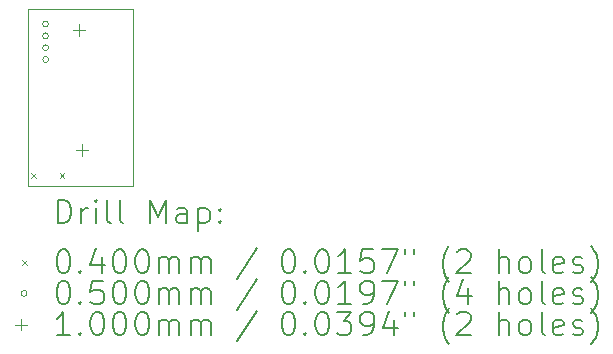
<source format=gbr>
%TF.GenerationSoftware,KiCad,Pcbnew,7.0.10*%
%TF.CreationDate,2024-03-01T22:39:56+01:00*%
%TF.ProjectId,lightsaber,6c696768-7473-4616-9265-722e6b696361,rev?*%
%TF.SameCoordinates,Original*%
%TF.FileFunction,Drillmap*%
%TF.FilePolarity,Positive*%
%FSLAX45Y45*%
G04 Gerber Fmt 4.5, Leading zero omitted, Abs format (unit mm)*
G04 Created by KiCad (PCBNEW 7.0.10) date 2024-03-01 22:39:56*
%MOMM*%
%LPD*%
G01*
G04 APERTURE LIST*
%ADD10C,0.100000*%
%ADD11C,0.200000*%
G04 APERTURE END LIST*
D10*
X8890000Y-7823200D02*
X8890000Y-6324600D01*
X9779000Y-7823200D02*
X8890000Y-7823200D01*
X9779000Y-6324600D02*
X9779000Y-7823200D01*
X8890000Y-6324600D02*
X9779000Y-6324600D01*
D11*
D10*
X8920800Y-7714300D02*
X8960800Y-7754300D01*
X8960800Y-7714300D02*
X8920800Y-7754300D01*
X9162100Y-7714300D02*
X9202100Y-7754300D01*
X9202100Y-7714300D02*
X9162100Y-7754300D01*
X9067400Y-6451600D02*
G75*
G03*
X9017400Y-6451600I-25000J0D01*
G01*
X9017400Y-6451600D02*
G75*
G03*
X9067400Y-6451600I25000J0D01*
G01*
X9067400Y-6551600D02*
G75*
G03*
X9017400Y-6551600I-25000J0D01*
G01*
X9017400Y-6551600D02*
G75*
G03*
X9067400Y-6551600I25000J0D01*
G01*
X9067400Y-6651600D02*
G75*
G03*
X9017400Y-6651600I-25000J0D01*
G01*
X9017400Y-6651600D02*
G75*
G03*
X9067400Y-6651600I25000J0D01*
G01*
X9067400Y-6751600D02*
G75*
G03*
X9017400Y-6751600I-25000J0D01*
G01*
X9017400Y-6751600D02*
G75*
G03*
X9067400Y-6751600I25000J0D01*
G01*
X9321800Y-6452400D02*
X9321800Y-6552400D01*
X9271800Y-6502400D02*
X9371800Y-6502400D01*
X9347200Y-7468400D02*
X9347200Y-7568400D01*
X9297200Y-7518400D02*
X9397200Y-7518400D01*
D11*
X9145777Y-8139684D02*
X9145777Y-7939684D01*
X9145777Y-7939684D02*
X9193396Y-7939684D01*
X9193396Y-7939684D02*
X9221967Y-7949208D01*
X9221967Y-7949208D02*
X9241015Y-7968255D01*
X9241015Y-7968255D02*
X9250539Y-7987303D01*
X9250539Y-7987303D02*
X9260063Y-8025398D01*
X9260063Y-8025398D02*
X9260063Y-8053969D01*
X9260063Y-8053969D02*
X9250539Y-8092065D01*
X9250539Y-8092065D02*
X9241015Y-8111112D01*
X9241015Y-8111112D02*
X9221967Y-8130160D01*
X9221967Y-8130160D02*
X9193396Y-8139684D01*
X9193396Y-8139684D02*
X9145777Y-8139684D01*
X9345777Y-8139684D02*
X9345777Y-8006350D01*
X9345777Y-8044446D02*
X9355301Y-8025398D01*
X9355301Y-8025398D02*
X9364824Y-8015874D01*
X9364824Y-8015874D02*
X9383872Y-8006350D01*
X9383872Y-8006350D02*
X9402920Y-8006350D01*
X9469586Y-8139684D02*
X9469586Y-8006350D01*
X9469586Y-7939684D02*
X9460063Y-7949208D01*
X9460063Y-7949208D02*
X9469586Y-7958731D01*
X9469586Y-7958731D02*
X9479110Y-7949208D01*
X9479110Y-7949208D02*
X9469586Y-7939684D01*
X9469586Y-7939684D02*
X9469586Y-7958731D01*
X9593396Y-8139684D02*
X9574348Y-8130160D01*
X9574348Y-8130160D02*
X9564824Y-8111112D01*
X9564824Y-8111112D02*
X9564824Y-7939684D01*
X9698158Y-8139684D02*
X9679110Y-8130160D01*
X9679110Y-8130160D02*
X9669586Y-8111112D01*
X9669586Y-8111112D02*
X9669586Y-7939684D01*
X9926729Y-8139684D02*
X9926729Y-7939684D01*
X9926729Y-7939684D02*
X9993396Y-8082541D01*
X9993396Y-8082541D02*
X10060063Y-7939684D01*
X10060063Y-7939684D02*
X10060063Y-8139684D01*
X10241015Y-8139684D02*
X10241015Y-8034922D01*
X10241015Y-8034922D02*
X10231491Y-8015874D01*
X10231491Y-8015874D02*
X10212444Y-8006350D01*
X10212444Y-8006350D02*
X10174348Y-8006350D01*
X10174348Y-8006350D02*
X10155301Y-8015874D01*
X10241015Y-8130160D02*
X10221967Y-8139684D01*
X10221967Y-8139684D02*
X10174348Y-8139684D01*
X10174348Y-8139684D02*
X10155301Y-8130160D01*
X10155301Y-8130160D02*
X10145777Y-8111112D01*
X10145777Y-8111112D02*
X10145777Y-8092065D01*
X10145777Y-8092065D02*
X10155301Y-8073017D01*
X10155301Y-8073017D02*
X10174348Y-8063493D01*
X10174348Y-8063493D02*
X10221967Y-8063493D01*
X10221967Y-8063493D02*
X10241015Y-8053969D01*
X10336253Y-8006350D02*
X10336253Y-8206350D01*
X10336253Y-8015874D02*
X10355301Y-8006350D01*
X10355301Y-8006350D02*
X10393396Y-8006350D01*
X10393396Y-8006350D02*
X10412444Y-8015874D01*
X10412444Y-8015874D02*
X10421967Y-8025398D01*
X10421967Y-8025398D02*
X10431491Y-8044446D01*
X10431491Y-8044446D02*
X10431491Y-8101588D01*
X10431491Y-8101588D02*
X10421967Y-8120636D01*
X10421967Y-8120636D02*
X10412444Y-8130160D01*
X10412444Y-8130160D02*
X10393396Y-8139684D01*
X10393396Y-8139684D02*
X10355301Y-8139684D01*
X10355301Y-8139684D02*
X10336253Y-8130160D01*
X10517205Y-8120636D02*
X10526729Y-8130160D01*
X10526729Y-8130160D02*
X10517205Y-8139684D01*
X10517205Y-8139684D02*
X10507682Y-8130160D01*
X10507682Y-8130160D02*
X10517205Y-8120636D01*
X10517205Y-8120636D02*
X10517205Y-8139684D01*
X10517205Y-8015874D02*
X10526729Y-8025398D01*
X10526729Y-8025398D02*
X10517205Y-8034922D01*
X10517205Y-8034922D02*
X10507682Y-8025398D01*
X10507682Y-8025398D02*
X10517205Y-8015874D01*
X10517205Y-8015874D02*
X10517205Y-8034922D01*
D10*
X8845000Y-8448200D02*
X8885000Y-8488200D01*
X8885000Y-8448200D02*
X8845000Y-8488200D01*
D11*
X9183872Y-8359684D02*
X9202920Y-8359684D01*
X9202920Y-8359684D02*
X9221967Y-8369208D01*
X9221967Y-8369208D02*
X9231491Y-8378731D01*
X9231491Y-8378731D02*
X9241015Y-8397779D01*
X9241015Y-8397779D02*
X9250539Y-8435874D01*
X9250539Y-8435874D02*
X9250539Y-8483493D01*
X9250539Y-8483493D02*
X9241015Y-8521589D01*
X9241015Y-8521589D02*
X9231491Y-8540636D01*
X9231491Y-8540636D02*
X9221967Y-8550160D01*
X9221967Y-8550160D02*
X9202920Y-8559684D01*
X9202920Y-8559684D02*
X9183872Y-8559684D01*
X9183872Y-8559684D02*
X9164824Y-8550160D01*
X9164824Y-8550160D02*
X9155301Y-8540636D01*
X9155301Y-8540636D02*
X9145777Y-8521589D01*
X9145777Y-8521589D02*
X9136253Y-8483493D01*
X9136253Y-8483493D02*
X9136253Y-8435874D01*
X9136253Y-8435874D02*
X9145777Y-8397779D01*
X9145777Y-8397779D02*
X9155301Y-8378731D01*
X9155301Y-8378731D02*
X9164824Y-8369208D01*
X9164824Y-8369208D02*
X9183872Y-8359684D01*
X9336253Y-8540636D02*
X9345777Y-8550160D01*
X9345777Y-8550160D02*
X9336253Y-8559684D01*
X9336253Y-8559684D02*
X9326729Y-8550160D01*
X9326729Y-8550160D02*
X9336253Y-8540636D01*
X9336253Y-8540636D02*
X9336253Y-8559684D01*
X9517205Y-8426350D02*
X9517205Y-8559684D01*
X9469586Y-8350160D02*
X9421967Y-8493017D01*
X9421967Y-8493017D02*
X9545777Y-8493017D01*
X9660063Y-8359684D02*
X9679110Y-8359684D01*
X9679110Y-8359684D02*
X9698158Y-8369208D01*
X9698158Y-8369208D02*
X9707682Y-8378731D01*
X9707682Y-8378731D02*
X9717205Y-8397779D01*
X9717205Y-8397779D02*
X9726729Y-8435874D01*
X9726729Y-8435874D02*
X9726729Y-8483493D01*
X9726729Y-8483493D02*
X9717205Y-8521589D01*
X9717205Y-8521589D02*
X9707682Y-8540636D01*
X9707682Y-8540636D02*
X9698158Y-8550160D01*
X9698158Y-8550160D02*
X9679110Y-8559684D01*
X9679110Y-8559684D02*
X9660063Y-8559684D01*
X9660063Y-8559684D02*
X9641015Y-8550160D01*
X9641015Y-8550160D02*
X9631491Y-8540636D01*
X9631491Y-8540636D02*
X9621967Y-8521589D01*
X9621967Y-8521589D02*
X9612444Y-8483493D01*
X9612444Y-8483493D02*
X9612444Y-8435874D01*
X9612444Y-8435874D02*
X9621967Y-8397779D01*
X9621967Y-8397779D02*
X9631491Y-8378731D01*
X9631491Y-8378731D02*
X9641015Y-8369208D01*
X9641015Y-8369208D02*
X9660063Y-8359684D01*
X9850539Y-8359684D02*
X9869586Y-8359684D01*
X9869586Y-8359684D02*
X9888634Y-8369208D01*
X9888634Y-8369208D02*
X9898158Y-8378731D01*
X9898158Y-8378731D02*
X9907682Y-8397779D01*
X9907682Y-8397779D02*
X9917205Y-8435874D01*
X9917205Y-8435874D02*
X9917205Y-8483493D01*
X9917205Y-8483493D02*
X9907682Y-8521589D01*
X9907682Y-8521589D02*
X9898158Y-8540636D01*
X9898158Y-8540636D02*
X9888634Y-8550160D01*
X9888634Y-8550160D02*
X9869586Y-8559684D01*
X9869586Y-8559684D02*
X9850539Y-8559684D01*
X9850539Y-8559684D02*
X9831491Y-8550160D01*
X9831491Y-8550160D02*
X9821967Y-8540636D01*
X9821967Y-8540636D02*
X9812444Y-8521589D01*
X9812444Y-8521589D02*
X9802920Y-8483493D01*
X9802920Y-8483493D02*
X9802920Y-8435874D01*
X9802920Y-8435874D02*
X9812444Y-8397779D01*
X9812444Y-8397779D02*
X9821967Y-8378731D01*
X9821967Y-8378731D02*
X9831491Y-8369208D01*
X9831491Y-8369208D02*
X9850539Y-8359684D01*
X10002920Y-8559684D02*
X10002920Y-8426350D01*
X10002920Y-8445398D02*
X10012444Y-8435874D01*
X10012444Y-8435874D02*
X10031491Y-8426350D01*
X10031491Y-8426350D02*
X10060063Y-8426350D01*
X10060063Y-8426350D02*
X10079110Y-8435874D01*
X10079110Y-8435874D02*
X10088634Y-8454922D01*
X10088634Y-8454922D02*
X10088634Y-8559684D01*
X10088634Y-8454922D02*
X10098158Y-8435874D01*
X10098158Y-8435874D02*
X10117205Y-8426350D01*
X10117205Y-8426350D02*
X10145777Y-8426350D01*
X10145777Y-8426350D02*
X10164825Y-8435874D01*
X10164825Y-8435874D02*
X10174348Y-8454922D01*
X10174348Y-8454922D02*
X10174348Y-8559684D01*
X10269586Y-8559684D02*
X10269586Y-8426350D01*
X10269586Y-8445398D02*
X10279110Y-8435874D01*
X10279110Y-8435874D02*
X10298158Y-8426350D01*
X10298158Y-8426350D02*
X10326729Y-8426350D01*
X10326729Y-8426350D02*
X10345777Y-8435874D01*
X10345777Y-8435874D02*
X10355301Y-8454922D01*
X10355301Y-8454922D02*
X10355301Y-8559684D01*
X10355301Y-8454922D02*
X10364825Y-8435874D01*
X10364825Y-8435874D02*
X10383872Y-8426350D01*
X10383872Y-8426350D02*
X10412444Y-8426350D01*
X10412444Y-8426350D02*
X10431491Y-8435874D01*
X10431491Y-8435874D02*
X10441015Y-8454922D01*
X10441015Y-8454922D02*
X10441015Y-8559684D01*
X10831491Y-8350160D02*
X10660063Y-8607303D01*
X11088634Y-8359684D02*
X11107682Y-8359684D01*
X11107682Y-8359684D02*
X11126729Y-8369208D01*
X11126729Y-8369208D02*
X11136253Y-8378731D01*
X11136253Y-8378731D02*
X11145777Y-8397779D01*
X11145777Y-8397779D02*
X11155301Y-8435874D01*
X11155301Y-8435874D02*
X11155301Y-8483493D01*
X11155301Y-8483493D02*
X11145777Y-8521589D01*
X11145777Y-8521589D02*
X11136253Y-8540636D01*
X11136253Y-8540636D02*
X11126729Y-8550160D01*
X11126729Y-8550160D02*
X11107682Y-8559684D01*
X11107682Y-8559684D02*
X11088634Y-8559684D01*
X11088634Y-8559684D02*
X11069587Y-8550160D01*
X11069587Y-8550160D02*
X11060063Y-8540636D01*
X11060063Y-8540636D02*
X11050539Y-8521589D01*
X11050539Y-8521589D02*
X11041015Y-8483493D01*
X11041015Y-8483493D02*
X11041015Y-8435874D01*
X11041015Y-8435874D02*
X11050539Y-8397779D01*
X11050539Y-8397779D02*
X11060063Y-8378731D01*
X11060063Y-8378731D02*
X11069587Y-8369208D01*
X11069587Y-8369208D02*
X11088634Y-8359684D01*
X11241015Y-8540636D02*
X11250539Y-8550160D01*
X11250539Y-8550160D02*
X11241015Y-8559684D01*
X11241015Y-8559684D02*
X11231491Y-8550160D01*
X11231491Y-8550160D02*
X11241015Y-8540636D01*
X11241015Y-8540636D02*
X11241015Y-8559684D01*
X11374348Y-8359684D02*
X11393396Y-8359684D01*
X11393396Y-8359684D02*
X11412444Y-8369208D01*
X11412444Y-8369208D02*
X11421967Y-8378731D01*
X11421967Y-8378731D02*
X11431491Y-8397779D01*
X11431491Y-8397779D02*
X11441015Y-8435874D01*
X11441015Y-8435874D02*
X11441015Y-8483493D01*
X11441015Y-8483493D02*
X11431491Y-8521589D01*
X11431491Y-8521589D02*
X11421967Y-8540636D01*
X11421967Y-8540636D02*
X11412444Y-8550160D01*
X11412444Y-8550160D02*
X11393396Y-8559684D01*
X11393396Y-8559684D02*
X11374348Y-8559684D01*
X11374348Y-8559684D02*
X11355301Y-8550160D01*
X11355301Y-8550160D02*
X11345777Y-8540636D01*
X11345777Y-8540636D02*
X11336253Y-8521589D01*
X11336253Y-8521589D02*
X11326729Y-8483493D01*
X11326729Y-8483493D02*
X11326729Y-8435874D01*
X11326729Y-8435874D02*
X11336253Y-8397779D01*
X11336253Y-8397779D02*
X11345777Y-8378731D01*
X11345777Y-8378731D02*
X11355301Y-8369208D01*
X11355301Y-8369208D02*
X11374348Y-8359684D01*
X11631491Y-8559684D02*
X11517206Y-8559684D01*
X11574348Y-8559684D02*
X11574348Y-8359684D01*
X11574348Y-8359684D02*
X11555301Y-8388255D01*
X11555301Y-8388255D02*
X11536253Y-8407303D01*
X11536253Y-8407303D02*
X11517206Y-8416827D01*
X11812444Y-8359684D02*
X11717206Y-8359684D01*
X11717206Y-8359684D02*
X11707682Y-8454922D01*
X11707682Y-8454922D02*
X11717206Y-8445398D01*
X11717206Y-8445398D02*
X11736253Y-8435874D01*
X11736253Y-8435874D02*
X11783872Y-8435874D01*
X11783872Y-8435874D02*
X11802920Y-8445398D01*
X11802920Y-8445398D02*
X11812444Y-8454922D01*
X11812444Y-8454922D02*
X11821967Y-8473970D01*
X11821967Y-8473970D02*
X11821967Y-8521589D01*
X11821967Y-8521589D02*
X11812444Y-8540636D01*
X11812444Y-8540636D02*
X11802920Y-8550160D01*
X11802920Y-8550160D02*
X11783872Y-8559684D01*
X11783872Y-8559684D02*
X11736253Y-8559684D01*
X11736253Y-8559684D02*
X11717206Y-8550160D01*
X11717206Y-8550160D02*
X11707682Y-8540636D01*
X11888634Y-8359684D02*
X12021967Y-8359684D01*
X12021967Y-8359684D02*
X11936253Y-8559684D01*
X12088634Y-8359684D02*
X12088634Y-8397779D01*
X12164825Y-8359684D02*
X12164825Y-8397779D01*
X12460063Y-8635874D02*
X12450539Y-8626350D01*
X12450539Y-8626350D02*
X12431491Y-8597779D01*
X12431491Y-8597779D02*
X12421968Y-8578731D01*
X12421968Y-8578731D02*
X12412444Y-8550160D01*
X12412444Y-8550160D02*
X12402920Y-8502541D01*
X12402920Y-8502541D02*
X12402920Y-8464446D01*
X12402920Y-8464446D02*
X12412444Y-8416827D01*
X12412444Y-8416827D02*
X12421968Y-8388255D01*
X12421968Y-8388255D02*
X12431491Y-8369208D01*
X12431491Y-8369208D02*
X12450539Y-8340636D01*
X12450539Y-8340636D02*
X12460063Y-8331112D01*
X12526729Y-8378731D02*
X12536253Y-8369208D01*
X12536253Y-8369208D02*
X12555301Y-8359684D01*
X12555301Y-8359684D02*
X12602920Y-8359684D01*
X12602920Y-8359684D02*
X12621968Y-8369208D01*
X12621968Y-8369208D02*
X12631491Y-8378731D01*
X12631491Y-8378731D02*
X12641015Y-8397779D01*
X12641015Y-8397779D02*
X12641015Y-8416827D01*
X12641015Y-8416827D02*
X12631491Y-8445398D01*
X12631491Y-8445398D02*
X12517206Y-8559684D01*
X12517206Y-8559684D02*
X12641015Y-8559684D01*
X12879110Y-8559684D02*
X12879110Y-8359684D01*
X12964825Y-8559684D02*
X12964825Y-8454922D01*
X12964825Y-8454922D02*
X12955301Y-8435874D01*
X12955301Y-8435874D02*
X12936253Y-8426350D01*
X12936253Y-8426350D02*
X12907682Y-8426350D01*
X12907682Y-8426350D02*
X12888634Y-8435874D01*
X12888634Y-8435874D02*
X12879110Y-8445398D01*
X13088634Y-8559684D02*
X13069587Y-8550160D01*
X13069587Y-8550160D02*
X13060063Y-8540636D01*
X13060063Y-8540636D02*
X13050539Y-8521589D01*
X13050539Y-8521589D02*
X13050539Y-8464446D01*
X13050539Y-8464446D02*
X13060063Y-8445398D01*
X13060063Y-8445398D02*
X13069587Y-8435874D01*
X13069587Y-8435874D02*
X13088634Y-8426350D01*
X13088634Y-8426350D02*
X13117206Y-8426350D01*
X13117206Y-8426350D02*
X13136253Y-8435874D01*
X13136253Y-8435874D02*
X13145777Y-8445398D01*
X13145777Y-8445398D02*
X13155301Y-8464446D01*
X13155301Y-8464446D02*
X13155301Y-8521589D01*
X13155301Y-8521589D02*
X13145777Y-8540636D01*
X13145777Y-8540636D02*
X13136253Y-8550160D01*
X13136253Y-8550160D02*
X13117206Y-8559684D01*
X13117206Y-8559684D02*
X13088634Y-8559684D01*
X13269587Y-8559684D02*
X13250539Y-8550160D01*
X13250539Y-8550160D02*
X13241015Y-8531112D01*
X13241015Y-8531112D02*
X13241015Y-8359684D01*
X13421968Y-8550160D02*
X13402920Y-8559684D01*
X13402920Y-8559684D02*
X13364825Y-8559684D01*
X13364825Y-8559684D02*
X13345777Y-8550160D01*
X13345777Y-8550160D02*
X13336253Y-8531112D01*
X13336253Y-8531112D02*
X13336253Y-8454922D01*
X13336253Y-8454922D02*
X13345777Y-8435874D01*
X13345777Y-8435874D02*
X13364825Y-8426350D01*
X13364825Y-8426350D02*
X13402920Y-8426350D01*
X13402920Y-8426350D02*
X13421968Y-8435874D01*
X13421968Y-8435874D02*
X13431491Y-8454922D01*
X13431491Y-8454922D02*
X13431491Y-8473970D01*
X13431491Y-8473970D02*
X13336253Y-8493017D01*
X13507682Y-8550160D02*
X13526730Y-8559684D01*
X13526730Y-8559684D02*
X13564825Y-8559684D01*
X13564825Y-8559684D02*
X13583872Y-8550160D01*
X13583872Y-8550160D02*
X13593396Y-8531112D01*
X13593396Y-8531112D02*
X13593396Y-8521589D01*
X13593396Y-8521589D02*
X13583872Y-8502541D01*
X13583872Y-8502541D02*
X13564825Y-8493017D01*
X13564825Y-8493017D02*
X13536253Y-8493017D01*
X13536253Y-8493017D02*
X13517206Y-8483493D01*
X13517206Y-8483493D02*
X13507682Y-8464446D01*
X13507682Y-8464446D02*
X13507682Y-8454922D01*
X13507682Y-8454922D02*
X13517206Y-8435874D01*
X13517206Y-8435874D02*
X13536253Y-8426350D01*
X13536253Y-8426350D02*
X13564825Y-8426350D01*
X13564825Y-8426350D02*
X13583872Y-8435874D01*
X13660063Y-8635874D02*
X13669587Y-8626350D01*
X13669587Y-8626350D02*
X13688634Y-8597779D01*
X13688634Y-8597779D02*
X13698158Y-8578731D01*
X13698158Y-8578731D02*
X13707682Y-8550160D01*
X13707682Y-8550160D02*
X13717206Y-8502541D01*
X13717206Y-8502541D02*
X13717206Y-8464446D01*
X13717206Y-8464446D02*
X13707682Y-8416827D01*
X13707682Y-8416827D02*
X13698158Y-8388255D01*
X13698158Y-8388255D02*
X13688634Y-8369208D01*
X13688634Y-8369208D02*
X13669587Y-8340636D01*
X13669587Y-8340636D02*
X13660063Y-8331112D01*
D10*
X8885000Y-8732200D02*
G75*
G03*
X8835000Y-8732200I-25000J0D01*
G01*
X8835000Y-8732200D02*
G75*
G03*
X8885000Y-8732200I25000J0D01*
G01*
D11*
X9183872Y-8623684D02*
X9202920Y-8623684D01*
X9202920Y-8623684D02*
X9221967Y-8633208D01*
X9221967Y-8633208D02*
X9231491Y-8642731D01*
X9231491Y-8642731D02*
X9241015Y-8661779D01*
X9241015Y-8661779D02*
X9250539Y-8699874D01*
X9250539Y-8699874D02*
X9250539Y-8747493D01*
X9250539Y-8747493D02*
X9241015Y-8785589D01*
X9241015Y-8785589D02*
X9231491Y-8804636D01*
X9231491Y-8804636D02*
X9221967Y-8814160D01*
X9221967Y-8814160D02*
X9202920Y-8823684D01*
X9202920Y-8823684D02*
X9183872Y-8823684D01*
X9183872Y-8823684D02*
X9164824Y-8814160D01*
X9164824Y-8814160D02*
X9155301Y-8804636D01*
X9155301Y-8804636D02*
X9145777Y-8785589D01*
X9145777Y-8785589D02*
X9136253Y-8747493D01*
X9136253Y-8747493D02*
X9136253Y-8699874D01*
X9136253Y-8699874D02*
X9145777Y-8661779D01*
X9145777Y-8661779D02*
X9155301Y-8642731D01*
X9155301Y-8642731D02*
X9164824Y-8633208D01*
X9164824Y-8633208D02*
X9183872Y-8623684D01*
X9336253Y-8804636D02*
X9345777Y-8814160D01*
X9345777Y-8814160D02*
X9336253Y-8823684D01*
X9336253Y-8823684D02*
X9326729Y-8814160D01*
X9326729Y-8814160D02*
X9336253Y-8804636D01*
X9336253Y-8804636D02*
X9336253Y-8823684D01*
X9526729Y-8623684D02*
X9431491Y-8623684D01*
X9431491Y-8623684D02*
X9421967Y-8718922D01*
X9421967Y-8718922D02*
X9431491Y-8709398D01*
X9431491Y-8709398D02*
X9450539Y-8699874D01*
X9450539Y-8699874D02*
X9498158Y-8699874D01*
X9498158Y-8699874D02*
X9517205Y-8709398D01*
X9517205Y-8709398D02*
X9526729Y-8718922D01*
X9526729Y-8718922D02*
X9536253Y-8737970D01*
X9536253Y-8737970D02*
X9536253Y-8785589D01*
X9536253Y-8785589D02*
X9526729Y-8804636D01*
X9526729Y-8804636D02*
X9517205Y-8814160D01*
X9517205Y-8814160D02*
X9498158Y-8823684D01*
X9498158Y-8823684D02*
X9450539Y-8823684D01*
X9450539Y-8823684D02*
X9431491Y-8814160D01*
X9431491Y-8814160D02*
X9421967Y-8804636D01*
X9660063Y-8623684D02*
X9679110Y-8623684D01*
X9679110Y-8623684D02*
X9698158Y-8633208D01*
X9698158Y-8633208D02*
X9707682Y-8642731D01*
X9707682Y-8642731D02*
X9717205Y-8661779D01*
X9717205Y-8661779D02*
X9726729Y-8699874D01*
X9726729Y-8699874D02*
X9726729Y-8747493D01*
X9726729Y-8747493D02*
X9717205Y-8785589D01*
X9717205Y-8785589D02*
X9707682Y-8804636D01*
X9707682Y-8804636D02*
X9698158Y-8814160D01*
X9698158Y-8814160D02*
X9679110Y-8823684D01*
X9679110Y-8823684D02*
X9660063Y-8823684D01*
X9660063Y-8823684D02*
X9641015Y-8814160D01*
X9641015Y-8814160D02*
X9631491Y-8804636D01*
X9631491Y-8804636D02*
X9621967Y-8785589D01*
X9621967Y-8785589D02*
X9612444Y-8747493D01*
X9612444Y-8747493D02*
X9612444Y-8699874D01*
X9612444Y-8699874D02*
X9621967Y-8661779D01*
X9621967Y-8661779D02*
X9631491Y-8642731D01*
X9631491Y-8642731D02*
X9641015Y-8633208D01*
X9641015Y-8633208D02*
X9660063Y-8623684D01*
X9850539Y-8623684D02*
X9869586Y-8623684D01*
X9869586Y-8623684D02*
X9888634Y-8633208D01*
X9888634Y-8633208D02*
X9898158Y-8642731D01*
X9898158Y-8642731D02*
X9907682Y-8661779D01*
X9907682Y-8661779D02*
X9917205Y-8699874D01*
X9917205Y-8699874D02*
X9917205Y-8747493D01*
X9917205Y-8747493D02*
X9907682Y-8785589D01*
X9907682Y-8785589D02*
X9898158Y-8804636D01*
X9898158Y-8804636D02*
X9888634Y-8814160D01*
X9888634Y-8814160D02*
X9869586Y-8823684D01*
X9869586Y-8823684D02*
X9850539Y-8823684D01*
X9850539Y-8823684D02*
X9831491Y-8814160D01*
X9831491Y-8814160D02*
X9821967Y-8804636D01*
X9821967Y-8804636D02*
X9812444Y-8785589D01*
X9812444Y-8785589D02*
X9802920Y-8747493D01*
X9802920Y-8747493D02*
X9802920Y-8699874D01*
X9802920Y-8699874D02*
X9812444Y-8661779D01*
X9812444Y-8661779D02*
X9821967Y-8642731D01*
X9821967Y-8642731D02*
X9831491Y-8633208D01*
X9831491Y-8633208D02*
X9850539Y-8623684D01*
X10002920Y-8823684D02*
X10002920Y-8690350D01*
X10002920Y-8709398D02*
X10012444Y-8699874D01*
X10012444Y-8699874D02*
X10031491Y-8690350D01*
X10031491Y-8690350D02*
X10060063Y-8690350D01*
X10060063Y-8690350D02*
X10079110Y-8699874D01*
X10079110Y-8699874D02*
X10088634Y-8718922D01*
X10088634Y-8718922D02*
X10088634Y-8823684D01*
X10088634Y-8718922D02*
X10098158Y-8699874D01*
X10098158Y-8699874D02*
X10117205Y-8690350D01*
X10117205Y-8690350D02*
X10145777Y-8690350D01*
X10145777Y-8690350D02*
X10164825Y-8699874D01*
X10164825Y-8699874D02*
X10174348Y-8718922D01*
X10174348Y-8718922D02*
X10174348Y-8823684D01*
X10269586Y-8823684D02*
X10269586Y-8690350D01*
X10269586Y-8709398D02*
X10279110Y-8699874D01*
X10279110Y-8699874D02*
X10298158Y-8690350D01*
X10298158Y-8690350D02*
X10326729Y-8690350D01*
X10326729Y-8690350D02*
X10345777Y-8699874D01*
X10345777Y-8699874D02*
X10355301Y-8718922D01*
X10355301Y-8718922D02*
X10355301Y-8823684D01*
X10355301Y-8718922D02*
X10364825Y-8699874D01*
X10364825Y-8699874D02*
X10383872Y-8690350D01*
X10383872Y-8690350D02*
X10412444Y-8690350D01*
X10412444Y-8690350D02*
X10431491Y-8699874D01*
X10431491Y-8699874D02*
X10441015Y-8718922D01*
X10441015Y-8718922D02*
X10441015Y-8823684D01*
X10831491Y-8614160D02*
X10660063Y-8871303D01*
X11088634Y-8623684D02*
X11107682Y-8623684D01*
X11107682Y-8623684D02*
X11126729Y-8633208D01*
X11126729Y-8633208D02*
X11136253Y-8642731D01*
X11136253Y-8642731D02*
X11145777Y-8661779D01*
X11145777Y-8661779D02*
X11155301Y-8699874D01*
X11155301Y-8699874D02*
X11155301Y-8747493D01*
X11155301Y-8747493D02*
X11145777Y-8785589D01*
X11145777Y-8785589D02*
X11136253Y-8804636D01*
X11136253Y-8804636D02*
X11126729Y-8814160D01*
X11126729Y-8814160D02*
X11107682Y-8823684D01*
X11107682Y-8823684D02*
X11088634Y-8823684D01*
X11088634Y-8823684D02*
X11069587Y-8814160D01*
X11069587Y-8814160D02*
X11060063Y-8804636D01*
X11060063Y-8804636D02*
X11050539Y-8785589D01*
X11050539Y-8785589D02*
X11041015Y-8747493D01*
X11041015Y-8747493D02*
X11041015Y-8699874D01*
X11041015Y-8699874D02*
X11050539Y-8661779D01*
X11050539Y-8661779D02*
X11060063Y-8642731D01*
X11060063Y-8642731D02*
X11069587Y-8633208D01*
X11069587Y-8633208D02*
X11088634Y-8623684D01*
X11241015Y-8804636D02*
X11250539Y-8814160D01*
X11250539Y-8814160D02*
X11241015Y-8823684D01*
X11241015Y-8823684D02*
X11231491Y-8814160D01*
X11231491Y-8814160D02*
X11241015Y-8804636D01*
X11241015Y-8804636D02*
X11241015Y-8823684D01*
X11374348Y-8623684D02*
X11393396Y-8623684D01*
X11393396Y-8623684D02*
X11412444Y-8633208D01*
X11412444Y-8633208D02*
X11421967Y-8642731D01*
X11421967Y-8642731D02*
X11431491Y-8661779D01*
X11431491Y-8661779D02*
X11441015Y-8699874D01*
X11441015Y-8699874D02*
X11441015Y-8747493D01*
X11441015Y-8747493D02*
X11431491Y-8785589D01*
X11431491Y-8785589D02*
X11421967Y-8804636D01*
X11421967Y-8804636D02*
X11412444Y-8814160D01*
X11412444Y-8814160D02*
X11393396Y-8823684D01*
X11393396Y-8823684D02*
X11374348Y-8823684D01*
X11374348Y-8823684D02*
X11355301Y-8814160D01*
X11355301Y-8814160D02*
X11345777Y-8804636D01*
X11345777Y-8804636D02*
X11336253Y-8785589D01*
X11336253Y-8785589D02*
X11326729Y-8747493D01*
X11326729Y-8747493D02*
X11326729Y-8699874D01*
X11326729Y-8699874D02*
X11336253Y-8661779D01*
X11336253Y-8661779D02*
X11345777Y-8642731D01*
X11345777Y-8642731D02*
X11355301Y-8633208D01*
X11355301Y-8633208D02*
X11374348Y-8623684D01*
X11631491Y-8823684D02*
X11517206Y-8823684D01*
X11574348Y-8823684D02*
X11574348Y-8623684D01*
X11574348Y-8623684D02*
X11555301Y-8652255D01*
X11555301Y-8652255D02*
X11536253Y-8671303D01*
X11536253Y-8671303D02*
X11517206Y-8680827D01*
X11726729Y-8823684D02*
X11764825Y-8823684D01*
X11764825Y-8823684D02*
X11783872Y-8814160D01*
X11783872Y-8814160D02*
X11793396Y-8804636D01*
X11793396Y-8804636D02*
X11812444Y-8776065D01*
X11812444Y-8776065D02*
X11821967Y-8737970D01*
X11821967Y-8737970D02*
X11821967Y-8661779D01*
X11821967Y-8661779D02*
X11812444Y-8642731D01*
X11812444Y-8642731D02*
X11802920Y-8633208D01*
X11802920Y-8633208D02*
X11783872Y-8623684D01*
X11783872Y-8623684D02*
X11745777Y-8623684D01*
X11745777Y-8623684D02*
X11726729Y-8633208D01*
X11726729Y-8633208D02*
X11717206Y-8642731D01*
X11717206Y-8642731D02*
X11707682Y-8661779D01*
X11707682Y-8661779D02*
X11707682Y-8709398D01*
X11707682Y-8709398D02*
X11717206Y-8728446D01*
X11717206Y-8728446D02*
X11726729Y-8737970D01*
X11726729Y-8737970D02*
X11745777Y-8747493D01*
X11745777Y-8747493D02*
X11783872Y-8747493D01*
X11783872Y-8747493D02*
X11802920Y-8737970D01*
X11802920Y-8737970D02*
X11812444Y-8728446D01*
X11812444Y-8728446D02*
X11821967Y-8709398D01*
X11888634Y-8623684D02*
X12021967Y-8623684D01*
X12021967Y-8623684D02*
X11936253Y-8823684D01*
X12088634Y-8623684D02*
X12088634Y-8661779D01*
X12164825Y-8623684D02*
X12164825Y-8661779D01*
X12460063Y-8899874D02*
X12450539Y-8890350D01*
X12450539Y-8890350D02*
X12431491Y-8861779D01*
X12431491Y-8861779D02*
X12421968Y-8842731D01*
X12421968Y-8842731D02*
X12412444Y-8814160D01*
X12412444Y-8814160D02*
X12402920Y-8766541D01*
X12402920Y-8766541D02*
X12402920Y-8728446D01*
X12402920Y-8728446D02*
X12412444Y-8680827D01*
X12412444Y-8680827D02*
X12421968Y-8652255D01*
X12421968Y-8652255D02*
X12431491Y-8633208D01*
X12431491Y-8633208D02*
X12450539Y-8604636D01*
X12450539Y-8604636D02*
X12460063Y-8595112D01*
X12621968Y-8690350D02*
X12621968Y-8823684D01*
X12574348Y-8614160D02*
X12526729Y-8757017D01*
X12526729Y-8757017D02*
X12650539Y-8757017D01*
X12879110Y-8823684D02*
X12879110Y-8623684D01*
X12964825Y-8823684D02*
X12964825Y-8718922D01*
X12964825Y-8718922D02*
X12955301Y-8699874D01*
X12955301Y-8699874D02*
X12936253Y-8690350D01*
X12936253Y-8690350D02*
X12907682Y-8690350D01*
X12907682Y-8690350D02*
X12888634Y-8699874D01*
X12888634Y-8699874D02*
X12879110Y-8709398D01*
X13088634Y-8823684D02*
X13069587Y-8814160D01*
X13069587Y-8814160D02*
X13060063Y-8804636D01*
X13060063Y-8804636D02*
X13050539Y-8785589D01*
X13050539Y-8785589D02*
X13050539Y-8728446D01*
X13050539Y-8728446D02*
X13060063Y-8709398D01*
X13060063Y-8709398D02*
X13069587Y-8699874D01*
X13069587Y-8699874D02*
X13088634Y-8690350D01*
X13088634Y-8690350D02*
X13117206Y-8690350D01*
X13117206Y-8690350D02*
X13136253Y-8699874D01*
X13136253Y-8699874D02*
X13145777Y-8709398D01*
X13145777Y-8709398D02*
X13155301Y-8728446D01*
X13155301Y-8728446D02*
X13155301Y-8785589D01*
X13155301Y-8785589D02*
X13145777Y-8804636D01*
X13145777Y-8804636D02*
X13136253Y-8814160D01*
X13136253Y-8814160D02*
X13117206Y-8823684D01*
X13117206Y-8823684D02*
X13088634Y-8823684D01*
X13269587Y-8823684D02*
X13250539Y-8814160D01*
X13250539Y-8814160D02*
X13241015Y-8795112D01*
X13241015Y-8795112D02*
X13241015Y-8623684D01*
X13421968Y-8814160D02*
X13402920Y-8823684D01*
X13402920Y-8823684D02*
X13364825Y-8823684D01*
X13364825Y-8823684D02*
X13345777Y-8814160D01*
X13345777Y-8814160D02*
X13336253Y-8795112D01*
X13336253Y-8795112D02*
X13336253Y-8718922D01*
X13336253Y-8718922D02*
X13345777Y-8699874D01*
X13345777Y-8699874D02*
X13364825Y-8690350D01*
X13364825Y-8690350D02*
X13402920Y-8690350D01*
X13402920Y-8690350D02*
X13421968Y-8699874D01*
X13421968Y-8699874D02*
X13431491Y-8718922D01*
X13431491Y-8718922D02*
X13431491Y-8737970D01*
X13431491Y-8737970D02*
X13336253Y-8757017D01*
X13507682Y-8814160D02*
X13526730Y-8823684D01*
X13526730Y-8823684D02*
X13564825Y-8823684D01*
X13564825Y-8823684D02*
X13583872Y-8814160D01*
X13583872Y-8814160D02*
X13593396Y-8795112D01*
X13593396Y-8795112D02*
X13593396Y-8785589D01*
X13593396Y-8785589D02*
X13583872Y-8766541D01*
X13583872Y-8766541D02*
X13564825Y-8757017D01*
X13564825Y-8757017D02*
X13536253Y-8757017D01*
X13536253Y-8757017D02*
X13517206Y-8747493D01*
X13517206Y-8747493D02*
X13507682Y-8728446D01*
X13507682Y-8728446D02*
X13507682Y-8718922D01*
X13507682Y-8718922D02*
X13517206Y-8699874D01*
X13517206Y-8699874D02*
X13536253Y-8690350D01*
X13536253Y-8690350D02*
X13564825Y-8690350D01*
X13564825Y-8690350D02*
X13583872Y-8699874D01*
X13660063Y-8899874D02*
X13669587Y-8890350D01*
X13669587Y-8890350D02*
X13688634Y-8861779D01*
X13688634Y-8861779D02*
X13698158Y-8842731D01*
X13698158Y-8842731D02*
X13707682Y-8814160D01*
X13707682Y-8814160D02*
X13717206Y-8766541D01*
X13717206Y-8766541D02*
X13717206Y-8728446D01*
X13717206Y-8728446D02*
X13707682Y-8680827D01*
X13707682Y-8680827D02*
X13698158Y-8652255D01*
X13698158Y-8652255D02*
X13688634Y-8633208D01*
X13688634Y-8633208D02*
X13669587Y-8604636D01*
X13669587Y-8604636D02*
X13660063Y-8595112D01*
D10*
X8835000Y-8946200D02*
X8835000Y-9046200D01*
X8785000Y-8996200D02*
X8885000Y-8996200D01*
D11*
X9250539Y-9087684D02*
X9136253Y-9087684D01*
X9193396Y-9087684D02*
X9193396Y-8887684D01*
X9193396Y-8887684D02*
X9174348Y-8916255D01*
X9174348Y-8916255D02*
X9155301Y-8935303D01*
X9155301Y-8935303D02*
X9136253Y-8944827D01*
X9336253Y-9068636D02*
X9345777Y-9078160D01*
X9345777Y-9078160D02*
X9336253Y-9087684D01*
X9336253Y-9087684D02*
X9326729Y-9078160D01*
X9326729Y-9078160D02*
X9336253Y-9068636D01*
X9336253Y-9068636D02*
X9336253Y-9087684D01*
X9469586Y-8887684D02*
X9488634Y-8887684D01*
X9488634Y-8887684D02*
X9507682Y-8897208D01*
X9507682Y-8897208D02*
X9517205Y-8906731D01*
X9517205Y-8906731D02*
X9526729Y-8925779D01*
X9526729Y-8925779D02*
X9536253Y-8963874D01*
X9536253Y-8963874D02*
X9536253Y-9011493D01*
X9536253Y-9011493D02*
X9526729Y-9049589D01*
X9526729Y-9049589D02*
X9517205Y-9068636D01*
X9517205Y-9068636D02*
X9507682Y-9078160D01*
X9507682Y-9078160D02*
X9488634Y-9087684D01*
X9488634Y-9087684D02*
X9469586Y-9087684D01*
X9469586Y-9087684D02*
X9450539Y-9078160D01*
X9450539Y-9078160D02*
X9441015Y-9068636D01*
X9441015Y-9068636D02*
X9431491Y-9049589D01*
X9431491Y-9049589D02*
X9421967Y-9011493D01*
X9421967Y-9011493D02*
X9421967Y-8963874D01*
X9421967Y-8963874D02*
X9431491Y-8925779D01*
X9431491Y-8925779D02*
X9441015Y-8906731D01*
X9441015Y-8906731D02*
X9450539Y-8897208D01*
X9450539Y-8897208D02*
X9469586Y-8887684D01*
X9660063Y-8887684D02*
X9679110Y-8887684D01*
X9679110Y-8887684D02*
X9698158Y-8897208D01*
X9698158Y-8897208D02*
X9707682Y-8906731D01*
X9707682Y-8906731D02*
X9717205Y-8925779D01*
X9717205Y-8925779D02*
X9726729Y-8963874D01*
X9726729Y-8963874D02*
X9726729Y-9011493D01*
X9726729Y-9011493D02*
X9717205Y-9049589D01*
X9717205Y-9049589D02*
X9707682Y-9068636D01*
X9707682Y-9068636D02*
X9698158Y-9078160D01*
X9698158Y-9078160D02*
X9679110Y-9087684D01*
X9679110Y-9087684D02*
X9660063Y-9087684D01*
X9660063Y-9087684D02*
X9641015Y-9078160D01*
X9641015Y-9078160D02*
X9631491Y-9068636D01*
X9631491Y-9068636D02*
X9621967Y-9049589D01*
X9621967Y-9049589D02*
X9612444Y-9011493D01*
X9612444Y-9011493D02*
X9612444Y-8963874D01*
X9612444Y-8963874D02*
X9621967Y-8925779D01*
X9621967Y-8925779D02*
X9631491Y-8906731D01*
X9631491Y-8906731D02*
X9641015Y-8897208D01*
X9641015Y-8897208D02*
X9660063Y-8887684D01*
X9850539Y-8887684D02*
X9869586Y-8887684D01*
X9869586Y-8887684D02*
X9888634Y-8897208D01*
X9888634Y-8897208D02*
X9898158Y-8906731D01*
X9898158Y-8906731D02*
X9907682Y-8925779D01*
X9907682Y-8925779D02*
X9917205Y-8963874D01*
X9917205Y-8963874D02*
X9917205Y-9011493D01*
X9917205Y-9011493D02*
X9907682Y-9049589D01*
X9907682Y-9049589D02*
X9898158Y-9068636D01*
X9898158Y-9068636D02*
X9888634Y-9078160D01*
X9888634Y-9078160D02*
X9869586Y-9087684D01*
X9869586Y-9087684D02*
X9850539Y-9087684D01*
X9850539Y-9087684D02*
X9831491Y-9078160D01*
X9831491Y-9078160D02*
X9821967Y-9068636D01*
X9821967Y-9068636D02*
X9812444Y-9049589D01*
X9812444Y-9049589D02*
X9802920Y-9011493D01*
X9802920Y-9011493D02*
X9802920Y-8963874D01*
X9802920Y-8963874D02*
X9812444Y-8925779D01*
X9812444Y-8925779D02*
X9821967Y-8906731D01*
X9821967Y-8906731D02*
X9831491Y-8897208D01*
X9831491Y-8897208D02*
X9850539Y-8887684D01*
X10002920Y-9087684D02*
X10002920Y-8954350D01*
X10002920Y-8973398D02*
X10012444Y-8963874D01*
X10012444Y-8963874D02*
X10031491Y-8954350D01*
X10031491Y-8954350D02*
X10060063Y-8954350D01*
X10060063Y-8954350D02*
X10079110Y-8963874D01*
X10079110Y-8963874D02*
X10088634Y-8982922D01*
X10088634Y-8982922D02*
X10088634Y-9087684D01*
X10088634Y-8982922D02*
X10098158Y-8963874D01*
X10098158Y-8963874D02*
X10117205Y-8954350D01*
X10117205Y-8954350D02*
X10145777Y-8954350D01*
X10145777Y-8954350D02*
X10164825Y-8963874D01*
X10164825Y-8963874D02*
X10174348Y-8982922D01*
X10174348Y-8982922D02*
X10174348Y-9087684D01*
X10269586Y-9087684D02*
X10269586Y-8954350D01*
X10269586Y-8973398D02*
X10279110Y-8963874D01*
X10279110Y-8963874D02*
X10298158Y-8954350D01*
X10298158Y-8954350D02*
X10326729Y-8954350D01*
X10326729Y-8954350D02*
X10345777Y-8963874D01*
X10345777Y-8963874D02*
X10355301Y-8982922D01*
X10355301Y-8982922D02*
X10355301Y-9087684D01*
X10355301Y-8982922D02*
X10364825Y-8963874D01*
X10364825Y-8963874D02*
X10383872Y-8954350D01*
X10383872Y-8954350D02*
X10412444Y-8954350D01*
X10412444Y-8954350D02*
X10431491Y-8963874D01*
X10431491Y-8963874D02*
X10441015Y-8982922D01*
X10441015Y-8982922D02*
X10441015Y-9087684D01*
X10831491Y-8878160D02*
X10660063Y-9135303D01*
X11088634Y-8887684D02*
X11107682Y-8887684D01*
X11107682Y-8887684D02*
X11126729Y-8897208D01*
X11126729Y-8897208D02*
X11136253Y-8906731D01*
X11136253Y-8906731D02*
X11145777Y-8925779D01*
X11145777Y-8925779D02*
X11155301Y-8963874D01*
X11155301Y-8963874D02*
X11155301Y-9011493D01*
X11155301Y-9011493D02*
X11145777Y-9049589D01*
X11145777Y-9049589D02*
X11136253Y-9068636D01*
X11136253Y-9068636D02*
X11126729Y-9078160D01*
X11126729Y-9078160D02*
X11107682Y-9087684D01*
X11107682Y-9087684D02*
X11088634Y-9087684D01*
X11088634Y-9087684D02*
X11069587Y-9078160D01*
X11069587Y-9078160D02*
X11060063Y-9068636D01*
X11060063Y-9068636D02*
X11050539Y-9049589D01*
X11050539Y-9049589D02*
X11041015Y-9011493D01*
X11041015Y-9011493D02*
X11041015Y-8963874D01*
X11041015Y-8963874D02*
X11050539Y-8925779D01*
X11050539Y-8925779D02*
X11060063Y-8906731D01*
X11060063Y-8906731D02*
X11069587Y-8897208D01*
X11069587Y-8897208D02*
X11088634Y-8887684D01*
X11241015Y-9068636D02*
X11250539Y-9078160D01*
X11250539Y-9078160D02*
X11241015Y-9087684D01*
X11241015Y-9087684D02*
X11231491Y-9078160D01*
X11231491Y-9078160D02*
X11241015Y-9068636D01*
X11241015Y-9068636D02*
X11241015Y-9087684D01*
X11374348Y-8887684D02*
X11393396Y-8887684D01*
X11393396Y-8887684D02*
X11412444Y-8897208D01*
X11412444Y-8897208D02*
X11421967Y-8906731D01*
X11421967Y-8906731D02*
X11431491Y-8925779D01*
X11431491Y-8925779D02*
X11441015Y-8963874D01*
X11441015Y-8963874D02*
X11441015Y-9011493D01*
X11441015Y-9011493D02*
X11431491Y-9049589D01*
X11431491Y-9049589D02*
X11421967Y-9068636D01*
X11421967Y-9068636D02*
X11412444Y-9078160D01*
X11412444Y-9078160D02*
X11393396Y-9087684D01*
X11393396Y-9087684D02*
X11374348Y-9087684D01*
X11374348Y-9087684D02*
X11355301Y-9078160D01*
X11355301Y-9078160D02*
X11345777Y-9068636D01*
X11345777Y-9068636D02*
X11336253Y-9049589D01*
X11336253Y-9049589D02*
X11326729Y-9011493D01*
X11326729Y-9011493D02*
X11326729Y-8963874D01*
X11326729Y-8963874D02*
X11336253Y-8925779D01*
X11336253Y-8925779D02*
X11345777Y-8906731D01*
X11345777Y-8906731D02*
X11355301Y-8897208D01*
X11355301Y-8897208D02*
X11374348Y-8887684D01*
X11507682Y-8887684D02*
X11631491Y-8887684D01*
X11631491Y-8887684D02*
X11564825Y-8963874D01*
X11564825Y-8963874D02*
X11593396Y-8963874D01*
X11593396Y-8963874D02*
X11612444Y-8973398D01*
X11612444Y-8973398D02*
X11621967Y-8982922D01*
X11621967Y-8982922D02*
X11631491Y-9001970D01*
X11631491Y-9001970D02*
X11631491Y-9049589D01*
X11631491Y-9049589D02*
X11621967Y-9068636D01*
X11621967Y-9068636D02*
X11612444Y-9078160D01*
X11612444Y-9078160D02*
X11593396Y-9087684D01*
X11593396Y-9087684D02*
X11536253Y-9087684D01*
X11536253Y-9087684D02*
X11517206Y-9078160D01*
X11517206Y-9078160D02*
X11507682Y-9068636D01*
X11726729Y-9087684D02*
X11764825Y-9087684D01*
X11764825Y-9087684D02*
X11783872Y-9078160D01*
X11783872Y-9078160D02*
X11793396Y-9068636D01*
X11793396Y-9068636D02*
X11812444Y-9040065D01*
X11812444Y-9040065D02*
X11821967Y-9001970D01*
X11821967Y-9001970D02*
X11821967Y-8925779D01*
X11821967Y-8925779D02*
X11812444Y-8906731D01*
X11812444Y-8906731D02*
X11802920Y-8897208D01*
X11802920Y-8897208D02*
X11783872Y-8887684D01*
X11783872Y-8887684D02*
X11745777Y-8887684D01*
X11745777Y-8887684D02*
X11726729Y-8897208D01*
X11726729Y-8897208D02*
X11717206Y-8906731D01*
X11717206Y-8906731D02*
X11707682Y-8925779D01*
X11707682Y-8925779D02*
X11707682Y-8973398D01*
X11707682Y-8973398D02*
X11717206Y-8992446D01*
X11717206Y-8992446D02*
X11726729Y-9001970D01*
X11726729Y-9001970D02*
X11745777Y-9011493D01*
X11745777Y-9011493D02*
X11783872Y-9011493D01*
X11783872Y-9011493D02*
X11802920Y-9001970D01*
X11802920Y-9001970D02*
X11812444Y-8992446D01*
X11812444Y-8992446D02*
X11821967Y-8973398D01*
X11993396Y-8954350D02*
X11993396Y-9087684D01*
X11945777Y-8878160D02*
X11898158Y-9021017D01*
X11898158Y-9021017D02*
X12021967Y-9021017D01*
X12088634Y-8887684D02*
X12088634Y-8925779D01*
X12164825Y-8887684D02*
X12164825Y-8925779D01*
X12460063Y-9163874D02*
X12450539Y-9154350D01*
X12450539Y-9154350D02*
X12431491Y-9125779D01*
X12431491Y-9125779D02*
X12421968Y-9106731D01*
X12421968Y-9106731D02*
X12412444Y-9078160D01*
X12412444Y-9078160D02*
X12402920Y-9030541D01*
X12402920Y-9030541D02*
X12402920Y-8992446D01*
X12402920Y-8992446D02*
X12412444Y-8944827D01*
X12412444Y-8944827D02*
X12421968Y-8916255D01*
X12421968Y-8916255D02*
X12431491Y-8897208D01*
X12431491Y-8897208D02*
X12450539Y-8868636D01*
X12450539Y-8868636D02*
X12460063Y-8859112D01*
X12526729Y-8906731D02*
X12536253Y-8897208D01*
X12536253Y-8897208D02*
X12555301Y-8887684D01*
X12555301Y-8887684D02*
X12602920Y-8887684D01*
X12602920Y-8887684D02*
X12621968Y-8897208D01*
X12621968Y-8897208D02*
X12631491Y-8906731D01*
X12631491Y-8906731D02*
X12641015Y-8925779D01*
X12641015Y-8925779D02*
X12641015Y-8944827D01*
X12641015Y-8944827D02*
X12631491Y-8973398D01*
X12631491Y-8973398D02*
X12517206Y-9087684D01*
X12517206Y-9087684D02*
X12641015Y-9087684D01*
X12879110Y-9087684D02*
X12879110Y-8887684D01*
X12964825Y-9087684D02*
X12964825Y-8982922D01*
X12964825Y-8982922D02*
X12955301Y-8963874D01*
X12955301Y-8963874D02*
X12936253Y-8954350D01*
X12936253Y-8954350D02*
X12907682Y-8954350D01*
X12907682Y-8954350D02*
X12888634Y-8963874D01*
X12888634Y-8963874D02*
X12879110Y-8973398D01*
X13088634Y-9087684D02*
X13069587Y-9078160D01*
X13069587Y-9078160D02*
X13060063Y-9068636D01*
X13060063Y-9068636D02*
X13050539Y-9049589D01*
X13050539Y-9049589D02*
X13050539Y-8992446D01*
X13050539Y-8992446D02*
X13060063Y-8973398D01*
X13060063Y-8973398D02*
X13069587Y-8963874D01*
X13069587Y-8963874D02*
X13088634Y-8954350D01*
X13088634Y-8954350D02*
X13117206Y-8954350D01*
X13117206Y-8954350D02*
X13136253Y-8963874D01*
X13136253Y-8963874D02*
X13145777Y-8973398D01*
X13145777Y-8973398D02*
X13155301Y-8992446D01*
X13155301Y-8992446D02*
X13155301Y-9049589D01*
X13155301Y-9049589D02*
X13145777Y-9068636D01*
X13145777Y-9068636D02*
X13136253Y-9078160D01*
X13136253Y-9078160D02*
X13117206Y-9087684D01*
X13117206Y-9087684D02*
X13088634Y-9087684D01*
X13269587Y-9087684D02*
X13250539Y-9078160D01*
X13250539Y-9078160D02*
X13241015Y-9059112D01*
X13241015Y-9059112D02*
X13241015Y-8887684D01*
X13421968Y-9078160D02*
X13402920Y-9087684D01*
X13402920Y-9087684D02*
X13364825Y-9087684D01*
X13364825Y-9087684D02*
X13345777Y-9078160D01*
X13345777Y-9078160D02*
X13336253Y-9059112D01*
X13336253Y-9059112D02*
X13336253Y-8982922D01*
X13336253Y-8982922D02*
X13345777Y-8963874D01*
X13345777Y-8963874D02*
X13364825Y-8954350D01*
X13364825Y-8954350D02*
X13402920Y-8954350D01*
X13402920Y-8954350D02*
X13421968Y-8963874D01*
X13421968Y-8963874D02*
X13431491Y-8982922D01*
X13431491Y-8982922D02*
X13431491Y-9001970D01*
X13431491Y-9001970D02*
X13336253Y-9021017D01*
X13507682Y-9078160D02*
X13526730Y-9087684D01*
X13526730Y-9087684D02*
X13564825Y-9087684D01*
X13564825Y-9087684D02*
X13583872Y-9078160D01*
X13583872Y-9078160D02*
X13593396Y-9059112D01*
X13593396Y-9059112D02*
X13593396Y-9049589D01*
X13593396Y-9049589D02*
X13583872Y-9030541D01*
X13583872Y-9030541D02*
X13564825Y-9021017D01*
X13564825Y-9021017D02*
X13536253Y-9021017D01*
X13536253Y-9021017D02*
X13517206Y-9011493D01*
X13517206Y-9011493D02*
X13507682Y-8992446D01*
X13507682Y-8992446D02*
X13507682Y-8982922D01*
X13507682Y-8982922D02*
X13517206Y-8963874D01*
X13517206Y-8963874D02*
X13536253Y-8954350D01*
X13536253Y-8954350D02*
X13564825Y-8954350D01*
X13564825Y-8954350D02*
X13583872Y-8963874D01*
X13660063Y-9163874D02*
X13669587Y-9154350D01*
X13669587Y-9154350D02*
X13688634Y-9125779D01*
X13688634Y-9125779D02*
X13698158Y-9106731D01*
X13698158Y-9106731D02*
X13707682Y-9078160D01*
X13707682Y-9078160D02*
X13717206Y-9030541D01*
X13717206Y-9030541D02*
X13717206Y-8992446D01*
X13717206Y-8992446D02*
X13707682Y-8944827D01*
X13707682Y-8944827D02*
X13698158Y-8916255D01*
X13698158Y-8916255D02*
X13688634Y-8897208D01*
X13688634Y-8897208D02*
X13669587Y-8868636D01*
X13669587Y-8868636D02*
X13660063Y-8859112D01*
M02*

</source>
